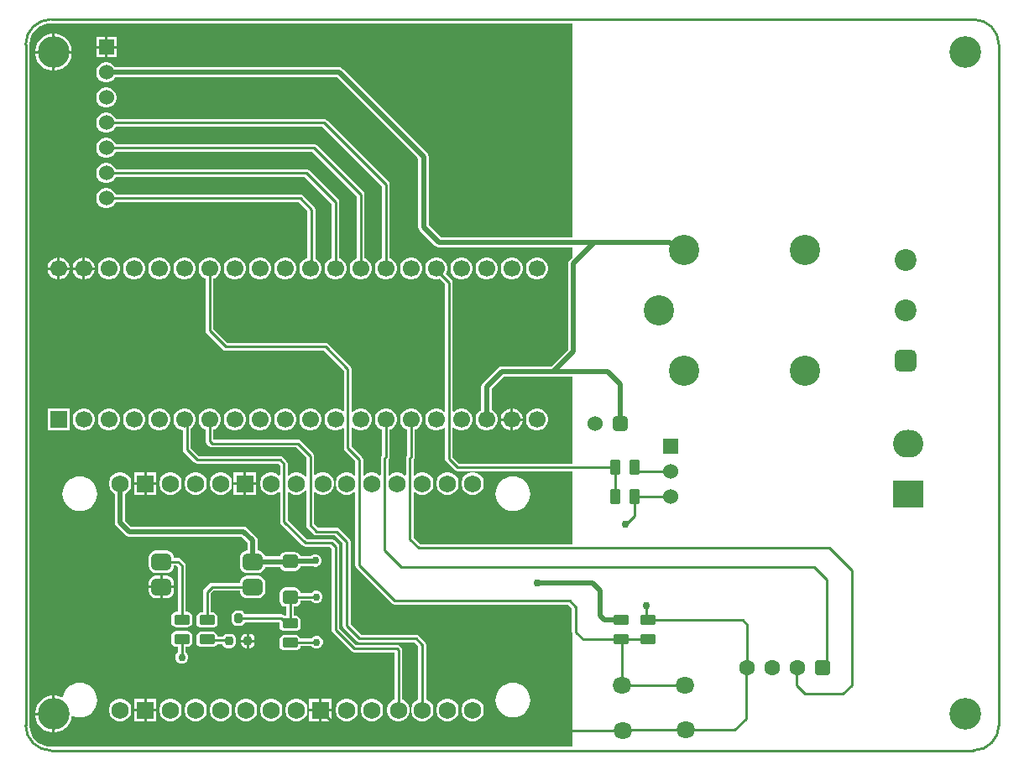
<source format=gtl>
G04*
G04 #@! TF.GenerationSoftware,Altium Limited,Altium Designer,21.3.2 (30)*
G04*
G04 Layer_Physical_Order=1*
G04 Layer_Color=255*
%FSTAX24Y24*%
%MOIN*%
G70*
G04*
G04 #@! TF.SameCoordinates,DBE85665-E0BB-432C-AE5E-D4A4B8DC2BF9*
G04*
G04*
G04 #@! TF.FilePolarity,Positive*
G04*
G01*
G75*
%ADD10C,0.0100*%
%ADD11C,0.0200*%
G04:AMPARAMS|DCode=21|XSize=63mil|YSize=41.3mil|CornerRadius=10.3mil|HoleSize=0mil|Usage=FLASHONLY|Rotation=0.000|XOffset=0mil|YOffset=0mil|HoleType=Round|Shape=RoundedRectangle|*
%AMROUNDEDRECTD21*
21,1,0.0630,0.0207,0,0,0.0*
21,1,0.0423,0.0413,0,0,0.0*
1,1,0.0207,0.0212,-0.0103*
1,1,0.0207,-0.0212,-0.0103*
1,1,0.0207,-0.0212,0.0103*
1,1,0.0207,0.0212,0.0103*
%
%ADD21ROUNDEDRECTD21*%
G04:AMPARAMS|DCode=22|XSize=31.5mil|YSize=39.4mil|CornerRadius=7.9mil|HoleSize=0mil|Usage=FLASHONLY|Rotation=180.000|XOffset=0mil|YOffset=0mil|HoleType=Round|Shape=RoundedRectangle|*
%AMROUNDEDRECTD22*
21,1,0.0315,0.0236,0,0,180.0*
21,1,0.0157,0.0394,0,0,180.0*
1,1,0.0157,-0.0079,0.0118*
1,1,0.0157,0.0079,0.0118*
1,1,0.0157,0.0079,-0.0118*
1,1,0.0157,-0.0079,-0.0118*
%
%ADD22ROUNDEDRECTD22*%
G04:AMPARAMS|DCode=23|XSize=31.5mil|YSize=35.4mil|CornerRadius=7.9mil|HoleSize=0mil|Usage=FLASHONLY|Rotation=180.000|XOffset=0mil|YOffset=0mil|HoleType=Round|Shape=RoundedRectangle|*
%AMROUNDEDRECTD23*
21,1,0.0315,0.0197,0,0,180.0*
21,1,0.0157,0.0354,0,0,180.0*
1,1,0.0157,-0.0079,0.0098*
1,1,0.0157,0.0079,0.0098*
1,1,0.0157,0.0079,-0.0098*
1,1,0.0157,-0.0079,-0.0098*
%
%ADD23ROUNDEDRECTD23*%
G04:AMPARAMS|DCode=24|XSize=63mil|YSize=41.3mil|CornerRadius=10.3mil|HoleSize=0mil|Usage=FLASHONLY|Rotation=270.000|XOffset=0mil|YOffset=0mil|HoleType=Round|Shape=RoundedRectangle|*
%AMROUNDEDRECTD24*
21,1,0.0630,0.0207,0,0,270.0*
21,1,0.0423,0.0413,0,0,270.0*
1,1,0.0207,-0.0103,-0.0212*
1,1,0.0207,-0.0103,0.0212*
1,1,0.0207,0.0103,0.0212*
1,1,0.0207,0.0103,-0.0212*
%
%ADD24ROUNDEDRECTD24*%
G04:AMPARAMS|DCode=25|XSize=55.1mil|YSize=63mil|CornerRadius=13.8mil|HoleSize=0mil|Usage=FLASHONLY|Rotation=90.000|XOffset=0mil|YOffset=0mil|HoleType=Round|Shape=RoundedRectangle|*
%AMROUNDEDRECTD25*
21,1,0.0551,0.0354,0,0,90.0*
21,1,0.0276,0.0630,0,0,90.0*
1,1,0.0276,0.0177,0.0138*
1,1,0.0276,0.0177,-0.0138*
1,1,0.0276,-0.0177,-0.0138*
1,1,0.0276,-0.0177,0.0138*
%
%ADD25ROUNDEDRECTD25*%
G04:AMPARAMS|DCode=26|XSize=78.7mil|YSize=67.3mil|CornerRadius=16.8mil|HoleSize=0mil|Usage=FLASHONLY|Rotation=0.000|XOffset=0mil|YOffset=0mil|HoleType=Round|Shape=RoundedRectangle|*
%AMROUNDEDRECTD26*
21,1,0.0787,0.0337,0,0,0.0*
21,1,0.0451,0.0673,0,0,0.0*
1,1,0.0337,0.0225,-0.0168*
1,1,0.0337,-0.0225,-0.0168*
1,1,0.0337,-0.0225,0.0168*
1,1,0.0337,0.0225,0.0168*
%
%ADD26ROUNDEDRECTD26*%
G04:AMPARAMS|DCode=46|XSize=86.6mil|YSize=86.6mil|CornerRadius=21.7mil|HoleSize=0mil|Usage=FLASHONLY|Rotation=90.000|XOffset=0mil|YOffset=0mil|HoleType=Round|Shape=RoundedRectangle|*
%AMROUNDEDRECTD46*
21,1,0.0866,0.0433,0,0,90.0*
21,1,0.0433,0.0866,0,0,90.0*
1,1,0.0433,0.0217,0.0217*
1,1,0.0433,0.0217,-0.0217*
1,1,0.0433,-0.0217,-0.0217*
1,1,0.0433,-0.0217,0.0217*
%
%ADD46ROUNDEDRECTD46*%
%ADD47C,0.0866*%
%ADD51C,0.1260*%
%ADD52R,0.0600X0.0600*%
%ADD53C,0.0600*%
%ADD54C,0.0690*%
%ADD55R,0.0690X0.0690*%
%ADD56R,0.1200X0.1100*%
%ADD57O,0.1200X0.1100*%
G04:AMPARAMS|DCode=58|XSize=60mil|YSize=60mil|CornerRadius=15mil|HoleSize=0mil|Usage=FLASHONLY|Rotation=180.000|XOffset=0mil|YOffset=0mil|HoleType=Round|Shape=RoundedRectangle|*
%AMROUNDEDRECTD58*
21,1,0.0600,0.0300,0,0,180.0*
21,1,0.0300,0.0600,0,0,180.0*
1,1,0.0300,-0.0150,0.0150*
1,1,0.0300,0.0150,0.0150*
1,1,0.0300,0.0150,-0.0150*
1,1,0.0300,-0.0150,-0.0150*
%
%ADD58ROUNDEDRECTD58*%
%ADD59C,0.0669*%
%ADD60R,0.0669X0.0669*%
G04:AMPARAMS|DCode=61|XSize=63mil|YSize=63mil|CornerRadius=15.7mil|HoleSize=0mil|Usage=FLASHONLY|Rotation=180.000|XOffset=0mil|YOffset=0mil|HoleType=Round|Shape=RoundedRectangle|*
%AMROUNDEDRECTD61*
21,1,0.0630,0.0315,0,0,180.0*
21,1,0.0315,0.0630,0,0,180.0*
1,1,0.0315,-0.0157,0.0157*
1,1,0.0315,0.0157,0.0157*
1,1,0.0315,0.0157,-0.0157*
1,1,0.0315,-0.0157,-0.0157*
%
%ADD61ROUNDEDRECTD61*%
%ADD62C,0.0630*%
%ADD63C,0.1200*%
%ADD64O,0.0750X0.0650*%
%ADD65C,0.0300*%
G36*
X01945Y040947D02*
X04015D01*
Y032454D01*
X034934D01*
X034454Y032934D01*
Y03565D01*
X034438Y035728D01*
X034394Y035794D01*
X034394Y035794D01*
X031044Y039144D01*
X030978Y039188D01*
X0309Y039204D01*
X021994D01*
X02197Y039246D01*
X021896Y03932D01*
X021804Y039373D01*
X021703Y0394D01*
X021597D01*
X021496Y039373D01*
X021404Y03932D01*
X02133Y039246D01*
X021277Y039154D01*
X02125Y039053D01*
Y038947D01*
X021277Y038846D01*
X02133Y038754D01*
X021404Y03868D01*
X021496Y038627D01*
X021597Y0386D01*
X021703D01*
X021804Y038627D01*
X021896Y03868D01*
X02197Y038754D01*
X021994Y038796D01*
X030816D01*
X034046Y035566D01*
Y03285D01*
X034062Y032772D01*
X034106Y032706D01*
X034706Y032106D01*
X034772Y032062D01*
X03485Y032046D01*
X04015D01*
Y031638D01*
X040056Y031544D01*
X040012Y031478D01*
X039996Y0314D01*
Y027984D01*
X039316Y027304D01*
X03735D01*
X037272Y027288D01*
X037206Y027244D01*
X036606Y026644D01*
X036562Y026578D01*
X036546Y0265D01*
Y025584D01*
X036483Y025548D01*
X036402Y025467D01*
X036345Y025368D01*
X036315Y025257D01*
Y025143D01*
X036345Y025032D01*
X036402Y024933D01*
X036483Y024852D01*
X036582Y024795D01*
X036693Y024765D01*
X036807D01*
X036918Y024795D01*
X037017Y024852D01*
X037098Y024933D01*
X037155Y025032D01*
X037185Y025143D01*
Y025257D01*
X037155Y025368D01*
X037098Y025467D01*
X037017Y025548D01*
X036954Y025584D01*
Y026416D01*
X037434Y026896D01*
X04015D01*
Y023453D01*
X035663D01*
X035403Y023713D01*
Y024867D01*
X035449Y024886D01*
X035483Y024852D01*
X035582Y024795D01*
X035693Y024765D01*
X035807D01*
X035918Y024795D01*
X036017Y024852D01*
X036098Y024933D01*
X036155Y025032D01*
X036185Y025143D01*
Y025257D01*
X036155Y025368D01*
X036098Y025467D01*
X036017Y025548D01*
X035918Y025605D01*
X035807Y025635D01*
X035693D01*
X035582Y025605D01*
X035483Y025548D01*
X035449Y025514D01*
X035403Y025533D01*
Y03065D01*
X035391Y030709D01*
X035358Y030758D01*
X035129Y030987D01*
X035155Y031032D01*
X035185Y031143D01*
Y031257D01*
X035155Y031368D01*
X035098Y031467D01*
X035017Y031548D01*
X034918Y031605D01*
X034807Y031635D01*
X034693D01*
X034582Y031605D01*
X034483Y031548D01*
X034402Y031467D01*
X034345Y031368D01*
X034315Y031257D01*
Y031143D01*
X034345Y031032D01*
X034402Y030933D01*
X034483Y030852D01*
X034582Y030795D01*
X034693Y030765D01*
X034807D01*
X034895Y030789D01*
X035097Y030587D01*
Y025533D01*
X035051Y025514D01*
X035017Y025548D01*
X034918Y025605D01*
X034807Y025635D01*
X034693D01*
X034582Y025605D01*
X034483Y025548D01*
X034402Y025467D01*
X034345Y025368D01*
X034315Y025257D01*
Y025143D01*
X034345Y025032D01*
X034402Y024933D01*
X034483Y024852D01*
X034582Y024795D01*
X034693Y024765D01*
X034807D01*
X034918Y024795D01*
X035017Y024852D01*
X035051Y024886D01*
X035097Y024867D01*
Y02365D01*
X035109Y023591D01*
X035142Y023542D01*
X035492Y023192D01*
X035541Y023159D01*
X0356Y023147D01*
X04015D01*
Y020253D01*
X034113D01*
X033858Y020508D01*
Y022297D01*
X033904Y022317D01*
X033927Y022294D01*
X034028Y022235D01*
X034141Y022205D01*
X034259D01*
X034372Y022235D01*
X034473Y022294D01*
X034556Y022377D01*
X034615Y022478D01*
X034645Y022591D01*
Y022709D01*
X034615Y022822D01*
X034556Y022923D01*
X034473Y023006D01*
X034372Y023065D01*
X034259Y023095D01*
X034141D01*
X034028Y023065D01*
X033927Y023006D01*
X033904Y022983D01*
X033858Y023003D01*
Y023605D01*
X033858Y023605D01*
X033891Y023655D01*
X033903Y023713D01*
Y024791D01*
X033918Y024795D01*
X034017Y024852D01*
X034098Y024933D01*
X034155Y025032D01*
X034185Y025143D01*
Y025257D01*
X034155Y025368D01*
X034098Y025467D01*
X034017Y025548D01*
X033918Y025605D01*
X033807Y025635D01*
X033693D01*
X033582Y025605D01*
X033483Y025548D01*
X033402Y025467D01*
X033345Y025368D01*
X033315Y025257D01*
Y025143D01*
X033345Y025032D01*
X033402Y024933D01*
X033483Y024852D01*
X033582Y024795D01*
X033597Y024791D01*
Y023777D01*
X033597Y023777D01*
X033564Y023727D01*
X033552Y023668D01*
Y022993D01*
X033506Y022973D01*
X033473Y023006D01*
X033372Y023065D01*
X033259Y023095D01*
X033141D01*
X033028Y023065D01*
X032927Y023006D01*
X032904Y022983D01*
X032858Y023003D01*
Y023605D01*
X032858Y023605D01*
X032891Y023655D01*
X032903Y023713D01*
Y024791D01*
X032918Y024795D01*
X033017Y024852D01*
X033098Y024933D01*
X033155Y025032D01*
X033185Y025143D01*
Y025257D01*
X033155Y025368D01*
X033098Y025467D01*
X033017Y025548D01*
X032918Y025605D01*
X032807Y025635D01*
X032693D01*
X032582Y025605D01*
X032483Y025548D01*
X032402Y025467D01*
X032345Y025368D01*
X032315Y025257D01*
Y025143D01*
X032345Y025032D01*
X032402Y024933D01*
X032483Y024852D01*
X032582Y024795D01*
X032597Y024791D01*
Y023777D01*
X032597Y023777D01*
X032564Y023727D01*
X032552Y023668D01*
Y022993D01*
X032506Y022973D01*
X032473Y023006D01*
X032372Y023065D01*
X032259Y023095D01*
X032141D01*
X032028Y023065D01*
X031927Y023006D01*
X031899Y022978D01*
X031853Y022998D01*
Y0236D01*
X031841Y023659D01*
X031808Y023708D01*
X031388Y024129D01*
Y024877D01*
X031438Y024898D01*
X031483Y024852D01*
X031582Y024795D01*
X031693Y024765D01*
X031807D01*
X031918Y024795D01*
X032017Y024852D01*
X032098Y024933D01*
X032155Y025032D01*
X032185Y025143D01*
Y025257D01*
X032155Y025368D01*
X032098Y025467D01*
X032017Y025548D01*
X031918Y025605D01*
X031807Y025635D01*
X031693D01*
X031582Y025605D01*
X031483Y025548D01*
X031438Y025502D01*
X031388Y025523D01*
Y027215D01*
X031376Y027274D01*
X031343Y027324D01*
X030467Y028199D01*
X030418Y028232D01*
X030359Y028244D01*
X026459D01*
X025903Y0288D01*
Y030791D01*
X025918Y030795D01*
X026017Y030852D01*
X026098Y030933D01*
X026155Y031032D01*
X026185Y031143D01*
Y031257D01*
X026155Y031368D01*
X026098Y031467D01*
X026017Y031548D01*
X025918Y031605D01*
X025807Y031635D01*
X025693D01*
X025582Y031605D01*
X025483Y031548D01*
X025402Y031467D01*
X025345Y031368D01*
X025315Y031257D01*
Y031143D01*
X025345Y031032D01*
X025402Y030933D01*
X025483Y030852D01*
X025582Y030795D01*
X025597Y030791D01*
Y028736D01*
X025609Y028678D01*
X025642Y028628D01*
X026288Y027983D01*
X026337Y02795D01*
X026396Y027938D01*
X030296D01*
X031082Y027152D01*
Y025548D01*
X031036Y025529D01*
X031017Y025548D01*
X030918Y025605D01*
X030807Y025635D01*
X030693D01*
X030582Y025605D01*
X030483Y025548D01*
X030402Y025467D01*
X030345Y025368D01*
X030315Y025257D01*
Y025143D01*
X030345Y025032D01*
X030402Y024933D01*
X030483Y024852D01*
X030582Y024795D01*
X030693Y024765D01*
X030807D01*
X030918Y024795D01*
X031017Y024852D01*
X031036Y024871D01*
X031082Y024852D01*
Y024065D01*
X031093Y024007D01*
X031126Y023957D01*
X031547Y023537D01*
Y022998D01*
X031501Y022978D01*
X031473Y023006D01*
X031372Y023065D01*
X031259Y023095D01*
X031141D01*
X031028Y023065D01*
X030927Y023006D01*
X030844Y022923D01*
X030785Y022822D01*
X030755Y022709D01*
Y022591D01*
X030785Y022478D01*
X030844Y022377D01*
X030927Y022294D01*
X031028Y022235D01*
X031141Y022205D01*
X031259D01*
X031372Y022235D01*
X031473Y022294D01*
X031501Y022322D01*
X031547Y022302D01*
Y0194D01*
X031559Y019341D01*
X031592Y019292D01*
X032992Y017892D01*
X033041Y017859D01*
X0331Y017847D01*
X039987D01*
X040147Y017687D01*
Y01675D01*
X04015Y016735D01*
Y012203D01*
X01945D01*
X019443Y012202D01*
X019284Y012217D01*
X019125Y012266D01*
X018978Y012344D01*
X01885Y01245D01*
X018744Y012578D01*
X018666Y012725D01*
X018617Y012884D01*
X018602Y013043D01*
X018603Y01305D01*
Y0401D01*
X018602Y040107D01*
X018617Y040266D01*
X018666Y040425D01*
X018744Y040572D01*
X01885Y0407D01*
X018978Y040806D01*
X019125Y040884D01*
X019284Y040933D01*
X019443Y040948D01*
X01945Y040947D01*
D02*
G37*
%LPC*%
G36*
X02205Y0404D02*
X0217D01*
Y04005D01*
X02205D01*
Y0404D01*
D02*
G37*
G36*
X0216D02*
X02125D01*
Y04005D01*
X0216D01*
Y0404D01*
D02*
G37*
G36*
X019622Y04053D02*
X0196D01*
Y03985D01*
X02028D01*
Y039872D01*
X020252Y040013D01*
X020197Y040146D01*
X020117Y040265D01*
X020015Y040367D01*
X019896Y040447D01*
X019763Y040502D01*
X019622Y04053D01*
D02*
G37*
G36*
X0195D02*
X019478D01*
X019337Y040502D01*
X019204Y040447D01*
X019085Y040367D01*
X018983Y040265D01*
X018903Y040146D01*
X018848Y040013D01*
X01882Y039872D01*
Y03985D01*
X0195D01*
Y04053D01*
D02*
G37*
G36*
X02205Y03995D02*
X0217D01*
Y0396D01*
X02205D01*
Y03995D01*
D02*
G37*
G36*
X0216D02*
X02125D01*
Y0396D01*
X0216D01*
Y03995D01*
D02*
G37*
G36*
X02028Y03975D02*
X0196D01*
Y03907D01*
X019622D01*
X019763Y039098D01*
X019896Y039153D01*
X020015Y039233D01*
X020117Y039335D01*
X020197Y039454D01*
X020252Y039587D01*
X02028Y039728D01*
Y03975D01*
D02*
G37*
G36*
X0195D02*
X01882D01*
Y039728D01*
X018848Y039587D01*
X018903Y039454D01*
X018983Y039335D01*
X019085Y039233D01*
X019204Y039153D01*
X019337Y039098D01*
X019478Y03907D01*
X0195D01*
Y03975D01*
D02*
G37*
G36*
X021703Y0384D02*
X021597D01*
X021496Y038373D01*
X021404Y03832D01*
X02133Y038246D01*
X021277Y038154D01*
X02125Y038053D01*
Y037947D01*
X021277Y037846D01*
X02133Y037754D01*
X021404Y03768D01*
X021496Y037627D01*
X021597Y0376D01*
X021703D01*
X021804Y037627D01*
X021896Y03768D01*
X02197Y037754D01*
X022023Y037846D01*
X02205Y037947D01*
Y038053D01*
X022023Y038154D01*
X02197Y038246D01*
X021896Y03832D01*
X021804Y038373D01*
X021703Y0384D01*
D02*
G37*
G36*
X020807Y031635D02*
X0208D01*
Y03125D01*
X021185D01*
Y031257D01*
X021155Y031368D01*
X021098Y031467D01*
X021017Y031548D01*
X020918Y031605D01*
X020807Y031635D01*
D02*
G37*
G36*
X019807D02*
X0198D01*
Y03125D01*
X020185D01*
Y031257D01*
X020155Y031368D01*
X020098Y031467D01*
X020017Y031548D01*
X019918Y031605D01*
X019807Y031635D01*
D02*
G37*
G36*
X0207D02*
X020693D01*
X020582Y031605D01*
X020483Y031548D01*
X020402Y031467D01*
X020345Y031368D01*
X020315Y031257D01*
Y03125D01*
X0207D01*
Y031635D01*
D02*
G37*
G36*
X0197D02*
X019693D01*
X019582Y031605D01*
X019483Y031548D01*
X019402Y031467D01*
X019345Y031368D01*
X019315Y031257D01*
Y03125D01*
X0197D01*
Y031635D01*
D02*
G37*
G36*
X038807D02*
X038693D01*
X038582Y031605D01*
X038483Y031548D01*
X038402Y031467D01*
X038345Y031368D01*
X038315Y031257D01*
Y031143D01*
X038345Y031032D01*
X038402Y030933D01*
X038483Y030852D01*
X038582Y030795D01*
X038693Y030765D01*
X038807D01*
X038918Y030795D01*
X039017Y030852D01*
X039098Y030933D01*
X039155Y031032D01*
X039185Y031143D01*
Y031257D01*
X039155Y031368D01*
X039098Y031467D01*
X039017Y031548D01*
X038918Y031605D01*
X038807Y031635D01*
D02*
G37*
G36*
X037807D02*
X037693D01*
X037582Y031605D01*
X037483Y031548D01*
X037402Y031467D01*
X037345Y031368D01*
X037315Y031257D01*
Y031143D01*
X037345Y031032D01*
X037402Y030933D01*
X037483Y030852D01*
X037582Y030795D01*
X037693Y030765D01*
X037807D01*
X037918Y030795D01*
X038017Y030852D01*
X038098Y030933D01*
X038155Y031032D01*
X038185Y031143D01*
Y031257D01*
X038155Y031368D01*
X038098Y031467D01*
X038017Y031548D01*
X037918Y031605D01*
X037807Y031635D01*
D02*
G37*
G36*
X036807D02*
X036693D01*
X036582Y031605D01*
X036483Y031548D01*
X036402Y031467D01*
X036345Y031368D01*
X036315Y031257D01*
Y031143D01*
X036345Y031032D01*
X036402Y030933D01*
X036483Y030852D01*
X036582Y030795D01*
X036693Y030765D01*
X036807D01*
X036918Y030795D01*
X037017Y030852D01*
X037098Y030933D01*
X037155Y031032D01*
X037185Y031143D01*
Y031257D01*
X037155Y031368D01*
X037098Y031467D01*
X037017Y031548D01*
X036918Y031605D01*
X036807Y031635D01*
D02*
G37*
G36*
X035807D02*
X035693D01*
X035582Y031605D01*
X035483Y031548D01*
X035402Y031467D01*
X035345Y031368D01*
X035315Y031257D01*
Y031143D01*
X035345Y031032D01*
X035402Y030933D01*
X035483Y030852D01*
X035582Y030795D01*
X035693Y030765D01*
X035807D01*
X035918Y030795D01*
X036017Y030852D01*
X036098Y030933D01*
X036155Y031032D01*
X036185Y031143D01*
Y031257D01*
X036155Y031368D01*
X036098Y031467D01*
X036017Y031548D01*
X035918Y031605D01*
X035807Y031635D01*
D02*
G37*
G36*
X033807D02*
X033693D01*
X033582Y031605D01*
X033483Y031548D01*
X033402Y031467D01*
X033345Y031368D01*
X033315Y031257D01*
Y031143D01*
X033345Y031032D01*
X033402Y030933D01*
X033483Y030852D01*
X033582Y030795D01*
X033693Y030765D01*
X033807D01*
X033918Y030795D01*
X034017Y030852D01*
X034098Y030933D01*
X034155Y031032D01*
X034185Y031143D01*
Y031257D01*
X034155Y031368D01*
X034098Y031467D01*
X034017Y031548D01*
X033918Y031605D01*
X033807Y031635D01*
D02*
G37*
G36*
X021703Y0374D02*
X021597D01*
X021496Y037373D01*
X021404Y03732D01*
X02133Y037246D01*
X021277Y037154D01*
X02125Y037053D01*
Y036947D01*
X021277Y036846D01*
X02133Y036754D01*
X021404Y03668D01*
X021496Y036627D01*
X021597Y0366D01*
X021703D01*
X021804Y036627D01*
X021896Y03668D01*
X02197Y036754D01*
X022023Y036846D01*
X022023Y036847D01*
X030237D01*
X032597Y034487D01*
Y031609D01*
X032582Y031605D01*
X032483Y031548D01*
X032402Y031467D01*
X032345Y031368D01*
X032315Y031257D01*
Y031143D01*
X032345Y031032D01*
X032402Y030933D01*
X032483Y030852D01*
X032582Y030795D01*
X032693Y030765D01*
X032807D01*
X032918Y030795D01*
X033017Y030852D01*
X033098Y030933D01*
X033155Y031032D01*
X033185Y031143D01*
Y031257D01*
X033155Y031368D01*
X033098Y031467D01*
X033017Y031548D01*
X032918Y031605D01*
X032903Y031609D01*
Y03455D01*
X032891Y034609D01*
X032858Y034658D01*
X030408Y037108D01*
X030359Y037141D01*
X0303Y037153D01*
X022023D01*
X022023Y037154D01*
X02197Y037246D01*
X021896Y03732D01*
X021804Y037373D01*
X021703Y0374D01*
D02*
G37*
G36*
Y0364D02*
X021597D01*
X021496Y036373D01*
X021404Y03632D01*
X02133Y036246D01*
X021277Y036154D01*
X02125Y036053D01*
Y035947D01*
X021277Y035846D01*
X02133Y035754D01*
X021404Y03568D01*
X021496Y035627D01*
X021597Y0356D01*
X021703D01*
X021804Y035627D01*
X021896Y03568D01*
X02197Y035754D01*
X022023Y035846D01*
X022023Y035847D01*
X029837D01*
X031597Y034087D01*
Y031609D01*
X031582Y031605D01*
X031483Y031548D01*
X031402Y031467D01*
X031345Y031368D01*
X031315Y031257D01*
Y031143D01*
X031345Y031032D01*
X031402Y030933D01*
X031483Y030852D01*
X031582Y030795D01*
X031693Y030765D01*
X031807D01*
X031918Y030795D01*
X032017Y030852D01*
X032098Y030933D01*
X032155Y031032D01*
X032185Y031143D01*
Y031257D01*
X032155Y031368D01*
X032098Y031467D01*
X032017Y031548D01*
X031918Y031605D01*
X031903Y031609D01*
Y03415D01*
X031891Y034209D01*
X031858Y034258D01*
X030008Y036108D01*
X029959Y036141D01*
X0299Y036153D01*
X022023D01*
X022023Y036154D01*
X02197Y036246D01*
X021896Y03632D01*
X021804Y036373D01*
X021703Y0364D01*
D02*
G37*
G36*
Y0354D02*
X021597D01*
X021496Y035373D01*
X021404Y03532D01*
X02133Y035246D01*
X021277Y035154D01*
X02125Y035053D01*
Y034947D01*
X021277Y034846D01*
X02133Y034754D01*
X021404Y03468D01*
X021496Y034627D01*
X021597Y0346D01*
X021703D01*
X021804Y034627D01*
X021896Y03468D01*
X02197Y034754D01*
X022023Y034846D01*
X022023Y034847D01*
X029537D01*
X030597Y033787D01*
Y031609D01*
X030582Y031605D01*
X030483Y031548D01*
X030402Y031467D01*
X030345Y031368D01*
X030315Y031257D01*
Y031143D01*
X030345Y031032D01*
X030402Y030933D01*
X030483Y030852D01*
X030582Y030795D01*
X030693Y030765D01*
X030807D01*
X030918Y030795D01*
X031017Y030852D01*
X031098Y030933D01*
X031155Y031032D01*
X031185Y031143D01*
Y031257D01*
X031155Y031368D01*
X031098Y031467D01*
X031017Y031548D01*
X030918Y031605D01*
X030903Y031609D01*
Y03385D01*
X030891Y033909D01*
X030858Y033958D01*
X029708Y035108D01*
X029659Y035141D01*
X0296Y035153D01*
X022023D01*
X022023Y035154D01*
X02197Y035246D01*
X021896Y03532D01*
X021804Y035373D01*
X021703Y0354D01*
D02*
G37*
G36*
Y0344D02*
X021597D01*
X021496Y034373D01*
X021404Y03432D01*
X02133Y034246D01*
X021277Y034154D01*
X02125Y034053D01*
Y033947D01*
X021277Y033846D01*
X02133Y033754D01*
X021404Y03368D01*
X021496Y033627D01*
X021597Y0336D01*
X021703D01*
X021804Y033627D01*
X021896Y03368D01*
X02197Y033754D01*
X022023Y033846D01*
X022023Y033847D01*
X029287D01*
X029647Y033487D01*
Y031622D01*
X029582Y031605D01*
X029483Y031548D01*
X029402Y031467D01*
X029345Y031368D01*
X029315Y031257D01*
Y031143D01*
X029345Y031032D01*
X029402Y030933D01*
X029483Y030852D01*
X029582Y030795D01*
X029693Y030765D01*
X029807D01*
X029918Y030795D01*
X030017Y030852D01*
X030098Y030933D01*
X030155Y031032D01*
X030185Y031143D01*
Y031257D01*
X030155Y031368D01*
X030098Y031467D01*
X030017Y031548D01*
X029953Y031585D01*
Y03355D01*
X029941Y033609D01*
X029908Y033658D01*
X029458Y034108D01*
X029409Y034141D01*
X02935Y034153D01*
X022023D01*
X022023Y034154D01*
X02197Y034246D01*
X021896Y03432D01*
X021804Y034373D01*
X021703Y0344D01*
D02*
G37*
G36*
X028807Y031635D02*
X028693D01*
X028582Y031605D01*
X028483Y031548D01*
X028402Y031467D01*
X028345Y031368D01*
X028315Y031257D01*
Y031143D01*
X028345Y031032D01*
X028402Y030933D01*
X028483Y030852D01*
X028582Y030795D01*
X028693Y030765D01*
X028807D01*
X028918Y030795D01*
X029017Y030852D01*
X029098Y030933D01*
X029155Y031032D01*
X029185Y031143D01*
Y031257D01*
X029155Y031368D01*
X029098Y031467D01*
X029017Y031548D01*
X028918Y031605D01*
X028807Y031635D01*
D02*
G37*
G36*
X027807D02*
X027693D01*
X027582Y031605D01*
X027483Y031548D01*
X027402Y031467D01*
X027345Y031368D01*
X027315Y031257D01*
Y031143D01*
X027345Y031032D01*
X027402Y030933D01*
X027483Y030852D01*
X027582Y030795D01*
X027693Y030765D01*
X027807D01*
X027918Y030795D01*
X028017Y030852D01*
X028098Y030933D01*
X028155Y031032D01*
X028185Y031143D01*
Y031257D01*
X028155Y031368D01*
X028098Y031467D01*
X028017Y031548D01*
X027918Y031605D01*
X027807Y031635D01*
D02*
G37*
G36*
X026807D02*
X026693D01*
X026582Y031605D01*
X026483Y031548D01*
X026402Y031467D01*
X026345Y031368D01*
X026315Y031257D01*
Y031143D01*
X026345Y031032D01*
X026402Y030933D01*
X026483Y030852D01*
X026582Y030795D01*
X026693Y030765D01*
X026807D01*
X026918Y030795D01*
X027017Y030852D01*
X027098Y030933D01*
X027155Y031032D01*
X027185Y031143D01*
Y031257D01*
X027155Y031368D01*
X027098Y031467D01*
X027017Y031548D01*
X026918Y031605D01*
X026807Y031635D01*
D02*
G37*
G36*
X024807D02*
X024693D01*
X024582Y031605D01*
X024483Y031548D01*
X024402Y031467D01*
X024345Y031368D01*
X024315Y031257D01*
Y031143D01*
X024345Y031032D01*
X024402Y030933D01*
X024483Y030852D01*
X024582Y030795D01*
X024693Y030765D01*
X024807D01*
X024918Y030795D01*
X025017Y030852D01*
X025098Y030933D01*
X025155Y031032D01*
X025185Y031143D01*
Y031257D01*
X025155Y031368D01*
X025098Y031467D01*
X025017Y031548D01*
X024918Y031605D01*
X024807Y031635D01*
D02*
G37*
G36*
X023807D02*
X023693D01*
X023582Y031605D01*
X023483Y031548D01*
X023402Y031467D01*
X023345Y031368D01*
X023315Y031257D01*
Y031143D01*
X023345Y031032D01*
X023402Y030933D01*
X023483Y030852D01*
X023582Y030795D01*
X023693Y030765D01*
X023807D01*
X023918Y030795D01*
X024017Y030852D01*
X024098Y030933D01*
X024155Y031032D01*
X024185Y031143D01*
Y031257D01*
X024155Y031368D01*
X024098Y031467D01*
X024017Y031548D01*
X023918Y031605D01*
X023807Y031635D01*
D02*
G37*
G36*
X022807D02*
X022693D01*
X022582Y031605D01*
X022483Y031548D01*
X022402Y031467D01*
X022345Y031368D01*
X022315Y031257D01*
Y031143D01*
X022345Y031032D01*
X022402Y030933D01*
X022483Y030852D01*
X022582Y030795D01*
X022693Y030765D01*
X022807D01*
X022918Y030795D01*
X023017Y030852D01*
X023098Y030933D01*
X023155Y031032D01*
X023185Y031143D01*
Y031257D01*
X023155Y031368D01*
X023098Y031467D01*
X023017Y031548D01*
X022918Y031605D01*
X022807Y031635D01*
D02*
G37*
G36*
X021807D02*
X021693D01*
X021582Y031605D01*
X021483Y031548D01*
X021402Y031467D01*
X021345Y031368D01*
X021315Y031257D01*
Y031143D01*
X021345Y031032D01*
X021402Y030933D01*
X021483Y030852D01*
X021582Y030795D01*
X021693Y030765D01*
X021807D01*
X021918Y030795D01*
X022017Y030852D01*
X022098Y030933D01*
X022155Y031032D01*
X022185Y031143D01*
Y031257D01*
X022155Y031368D01*
X022098Y031467D01*
X022017Y031548D01*
X021918Y031605D01*
X021807Y031635D01*
D02*
G37*
G36*
X021185Y03115D02*
X0208D01*
Y030765D01*
X020807D01*
X020918Y030795D01*
X021017Y030852D01*
X021098Y030933D01*
X021155Y031032D01*
X021185Y031143D01*
Y03115D01*
D02*
G37*
G36*
X0207D02*
X020315D01*
Y031143D01*
X020345Y031032D01*
X020402Y030933D01*
X020483Y030852D01*
X020582Y030795D01*
X020693Y030765D01*
X0207D01*
Y03115D01*
D02*
G37*
G36*
X020185D02*
X0198D01*
Y030765D01*
X019807D01*
X019918Y030795D01*
X020017Y030852D01*
X020098Y030933D01*
X020155Y031032D01*
X020185Y031143D01*
Y03115D01*
D02*
G37*
G36*
X0197D02*
X019315D01*
Y031143D01*
X019345Y031032D01*
X019402Y030933D01*
X019483Y030852D01*
X019582Y030795D01*
X019693Y030765D01*
X0197D01*
Y03115D01*
D02*
G37*
G36*
X037807Y025635D02*
X0378D01*
Y02525D01*
X038185D01*
Y025257D01*
X038155Y025368D01*
X038098Y025467D01*
X038017Y025548D01*
X037918Y025605D01*
X037807Y025635D01*
D02*
G37*
G36*
X0377D02*
X037693D01*
X037582Y025605D01*
X037483Y025548D01*
X037402Y025467D01*
X037345Y025368D01*
X037315Y025257D01*
Y02525D01*
X0377D01*
Y025635D01*
D02*
G37*
G36*
X038807D02*
X038693D01*
X038582Y025605D01*
X038483Y025548D01*
X038402Y025467D01*
X038345Y025368D01*
X038315Y025257D01*
Y025143D01*
X038345Y025032D01*
X038402Y024933D01*
X038483Y024852D01*
X038582Y024795D01*
X038693Y024765D01*
X038807D01*
X038918Y024795D01*
X039017Y024852D01*
X039098Y024933D01*
X039155Y025032D01*
X039185Y025143D01*
Y025257D01*
X039155Y025368D01*
X039098Y025467D01*
X039017Y025548D01*
X038918Y025605D01*
X038807Y025635D01*
D02*
G37*
G36*
X038185Y02515D02*
X0378D01*
Y024765D01*
X037807D01*
X037918Y024795D01*
X038017Y024852D01*
X038098Y024933D01*
X038155Y025032D01*
X038185Y025143D01*
Y02515D01*
D02*
G37*
G36*
X0377D02*
X037315D01*
Y025143D01*
X037345Y025032D01*
X037402Y024933D01*
X037483Y024852D01*
X037582Y024795D01*
X037693Y024765D01*
X0377D01*
Y02515D01*
D02*
G37*
G36*
X029807Y025635D02*
X029693D01*
X029582Y025605D01*
X029483Y025548D01*
X029402Y025467D01*
X029345Y025368D01*
X029315Y025257D01*
Y025143D01*
X029345Y025032D01*
X029402Y024933D01*
X029483Y024852D01*
X029582Y024795D01*
X029693Y024765D01*
X029807D01*
X029918Y024795D01*
X030017Y024852D01*
X030098Y024933D01*
X030155Y025032D01*
X030185Y025143D01*
Y025257D01*
X030155Y025368D01*
X030098Y025467D01*
X030017Y025548D01*
X029918Y025605D01*
X029807Y025635D01*
D02*
G37*
G36*
X028807D02*
X028693D01*
X028582Y025605D01*
X028483Y025548D01*
X028402Y025467D01*
X028345Y025368D01*
X028315Y025257D01*
Y025143D01*
X028345Y025032D01*
X028402Y024933D01*
X028483Y024852D01*
X028582Y024795D01*
X028693Y024765D01*
X028807D01*
X028918Y024795D01*
X029017Y024852D01*
X029098Y024933D01*
X029155Y025032D01*
X029185Y025143D01*
Y025257D01*
X029155Y025368D01*
X029098Y025467D01*
X029017Y025548D01*
X028918Y025605D01*
X028807Y025635D01*
D02*
G37*
G36*
X027807D02*
X027693D01*
X027582Y025605D01*
X027483Y025548D01*
X027402Y025467D01*
X027345Y025368D01*
X027315Y025257D01*
Y025143D01*
X027345Y025032D01*
X027402Y024933D01*
X027483Y024852D01*
X027582Y024795D01*
X027693Y024765D01*
X027807D01*
X027918Y024795D01*
X028017Y024852D01*
X028098Y024933D01*
X028155Y025032D01*
X028185Y025143D01*
Y025257D01*
X028155Y025368D01*
X028098Y025467D01*
X028017Y025548D01*
X027918Y025605D01*
X027807Y025635D01*
D02*
G37*
G36*
X026807D02*
X026693D01*
X026582Y025605D01*
X026483Y025548D01*
X026402Y025467D01*
X026345Y025368D01*
X026315Y025257D01*
Y025143D01*
X026345Y025032D01*
X026402Y024933D01*
X026483Y024852D01*
X026582Y024795D01*
X026693Y024765D01*
X026807D01*
X026918Y024795D01*
X027017Y024852D01*
X027098Y024933D01*
X027155Y025032D01*
X027185Y025143D01*
Y025257D01*
X027155Y025368D01*
X027098Y025467D01*
X027017Y025548D01*
X026918Y025605D01*
X026807Y025635D01*
D02*
G37*
G36*
X023807D02*
X023693D01*
X023582Y025605D01*
X023483Y025548D01*
X023402Y025467D01*
X023345Y025368D01*
X023315Y025257D01*
Y025143D01*
X023345Y025032D01*
X023402Y024933D01*
X023483Y024852D01*
X023582Y024795D01*
X023693Y024765D01*
X023807D01*
X023918Y024795D01*
X024017Y024852D01*
X024098Y024933D01*
X024155Y025032D01*
X024185Y025143D01*
Y025257D01*
X024155Y025368D01*
X024098Y025467D01*
X024017Y025548D01*
X023918Y025605D01*
X023807Y025635D01*
D02*
G37*
G36*
X022807D02*
X022693D01*
X022582Y025605D01*
X022483Y025548D01*
X022402Y025467D01*
X022345Y025368D01*
X022315Y025257D01*
Y025143D01*
X022345Y025032D01*
X022402Y024933D01*
X022483Y024852D01*
X022582Y024795D01*
X022693Y024765D01*
X022807D01*
X022918Y024795D01*
X023017Y024852D01*
X023098Y024933D01*
X023155Y025032D01*
X023185Y025143D01*
Y025257D01*
X023155Y025368D01*
X023098Y025467D01*
X023017Y025548D01*
X022918Y025605D01*
X022807Y025635D01*
D02*
G37*
G36*
X021807D02*
X021693D01*
X021582Y025605D01*
X021483Y025548D01*
X021402Y025467D01*
X021345Y025368D01*
X021315Y025257D01*
Y025143D01*
X021345Y025032D01*
X021402Y024933D01*
X021483Y024852D01*
X021582Y024795D01*
X021693Y024765D01*
X021807D01*
X021918Y024795D01*
X022017Y024852D01*
X022098Y024933D01*
X022155Y025032D01*
X022185Y025143D01*
Y025257D01*
X022155Y025368D01*
X022098Y025467D01*
X022017Y025548D01*
X021918Y025605D01*
X021807Y025635D01*
D02*
G37*
G36*
X020807D02*
X020693D01*
X020582Y025605D01*
X020483Y025548D01*
X020402Y025467D01*
X020345Y025368D01*
X020315Y025257D01*
Y025143D01*
X020345Y025032D01*
X020402Y024933D01*
X020483Y024852D01*
X020582Y024795D01*
X020693Y024765D01*
X020807D01*
X020918Y024795D01*
X021017Y024852D01*
X021098Y024933D01*
X021155Y025032D01*
X021185Y025143D01*
Y025257D01*
X021155Y025368D01*
X021098Y025467D01*
X021017Y025548D01*
X020918Y025605D01*
X020807Y025635D01*
D02*
G37*
G36*
X020185D02*
X019315D01*
Y024765D01*
X020185D01*
Y025635D01*
D02*
G37*
G36*
X025807D02*
X025693D01*
X025582Y025605D01*
X025483Y025548D01*
X025402Y025467D01*
X025345Y025368D01*
X025315Y025257D01*
Y025143D01*
X025345Y025032D01*
X025402Y024933D01*
X025483Y024852D01*
X025582Y024795D01*
X025597Y024791D01*
Y02435D01*
X025609Y024291D01*
X025642Y024242D01*
X025742Y024142D01*
X025791Y024109D01*
X02585Y024097D01*
X029187D01*
X029602Y023682D01*
Y022936D01*
X029585Y022931D01*
X029552Y022927D01*
X029473Y023006D01*
X029372Y023065D01*
X029259Y023095D01*
X029141D01*
X029028Y023065D01*
X028927Y023006D01*
X028904Y022983D01*
X028858Y023003D01*
Y023445D01*
X028846Y023504D01*
X028813Y023553D01*
X028658Y023708D01*
X028609Y023741D01*
X02855Y023753D01*
X025313D01*
X025003Y024063D01*
Y024844D01*
X025017Y024852D01*
X025098Y024933D01*
X025155Y025032D01*
X025185Y025143D01*
Y025257D01*
X025155Y025368D01*
X025098Y025467D01*
X025017Y025548D01*
X024918Y025605D01*
X024807Y025635D01*
X024693D01*
X024582Y025605D01*
X024483Y025548D01*
X024402Y025467D01*
X024345Y025368D01*
X024315Y025257D01*
Y025143D01*
X024345Y025032D01*
X024402Y024933D01*
X024483Y024852D01*
X024582Y024795D01*
X024693Y024765D01*
X024697D01*
Y024D01*
X024709Y023941D01*
X024742Y023892D01*
X025142Y023492D01*
X025191Y023459D01*
X02525Y023447D01*
X028487D01*
X028552Y023382D01*
Y022993D01*
X028506Y022973D01*
X028473Y023006D01*
X028372Y023065D01*
X028259Y023095D01*
X028141D01*
X028028Y023065D01*
X027927Y023006D01*
X027844Y022923D01*
X027785Y022822D01*
X027755Y022709D01*
Y022591D01*
X027785Y022478D01*
X027844Y022377D01*
X027927Y022294D01*
X028028Y022235D01*
X028141Y022205D01*
X028259D01*
X028372Y022235D01*
X028473Y022294D01*
X028506Y022327D01*
X028552Y022307D01*
Y021145D01*
X028564Y021086D01*
X028597Y021037D01*
X029442Y020192D01*
X029491Y020159D01*
X02955Y020147D01*
X030537D01*
X030597Y020087D01*
Y01685D01*
X030609Y016791D01*
X030642Y016742D01*
X031392Y015992D01*
X031441Y015959D01*
X0315Y015947D01*
X033097D01*
Y01407D01*
X033078Y014065D01*
X032977Y014006D01*
X032894Y013923D01*
X032835Y013822D01*
X032805Y013709D01*
Y013591D01*
X032835Y013478D01*
X032894Y013377D01*
X032977Y013294D01*
X033078Y013235D01*
X033191Y013205D01*
X033309D01*
X033422Y013235D01*
X033523Y013294D01*
X033606Y013377D01*
X033665Y013478D01*
X033695Y013591D01*
Y013709D01*
X033665Y013822D01*
X033606Y013923D01*
X033523Y014006D01*
X033422Y014065D01*
X033403Y01407D01*
Y016041D01*
X033391Y0161D01*
X033358Y01615D01*
X0333Y016208D01*
X03325Y016241D01*
X033191Y016253D01*
X031563D01*
X030903Y016913D01*
Y02015D01*
X030891Y020209D01*
X030858Y020258D01*
X030708Y020408D01*
X030659Y020441D01*
X0306Y020453D01*
X029613D01*
X028858Y021208D01*
Y022297D01*
X028904Y022317D01*
X028927Y022294D01*
X029028Y022235D01*
X029141Y022205D01*
X029259D01*
X029372Y022235D01*
X029473Y022294D01*
X029552Y022373D01*
X029585Y022369D01*
X029602Y022364D01*
Y020995D01*
X029614Y020936D01*
X029647Y020887D01*
X029892Y020642D01*
X029941Y020609D01*
X03Y020597D01*
X030737D01*
X031047Y020287D01*
Y017D01*
X031059Y016941D01*
X031092Y016892D01*
X031592Y016392D01*
X031641Y016359D01*
X0317Y016347D01*
X033887D01*
X034047Y016187D01*
Y01407D01*
X034028Y014065D01*
X033927Y014006D01*
X033844Y013923D01*
X033785Y013822D01*
X033755Y013709D01*
Y013591D01*
X033785Y013478D01*
X033844Y013377D01*
X033927Y013294D01*
X034028Y013235D01*
X034141Y013205D01*
X034259D01*
X034372Y013235D01*
X034473Y013294D01*
X034556Y013377D01*
X034615Y013478D01*
X034645Y013591D01*
Y013709D01*
X034615Y013822D01*
X034556Y013923D01*
X034473Y014006D01*
X034372Y014065D01*
X034353Y01407D01*
Y01625D01*
X034341Y016309D01*
X034308Y016358D01*
X034058Y016608D01*
X034009Y016641D01*
X03395Y016653D01*
X031763D01*
X031353Y017063D01*
Y02035D01*
X031341Y020409D01*
X031308Y020458D01*
X030908Y020858D01*
X030859Y020891D01*
X0308Y020903D01*
X030063D01*
X029908Y021058D01*
Y022297D01*
X029954Y022317D01*
X029977Y022294D01*
X030078Y022235D01*
X030191Y022205D01*
X030309D01*
X030422Y022235D01*
X030523Y022294D01*
X030606Y022377D01*
X030665Y022478D01*
X030695Y022591D01*
Y022709D01*
X030665Y022822D01*
X030606Y022923D01*
X030523Y023006D01*
X030422Y023065D01*
X030309Y023095D01*
X030191D01*
X030078Y023065D01*
X029977Y023006D01*
X029954Y022983D01*
X029908Y023003D01*
Y023745D01*
X029896Y023804D01*
X029863Y023853D01*
X029358Y024358D01*
X029309Y024391D01*
X02925Y024403D01*
X025913D01*
X025903Y024413D01*
Y024791D01*
X025918Y024795D01*
X026017Y024852D01*
X026098Y024933D01*
X026155Y025032D01*
X026185Y025143D01*
Y025257D01*
X026155Y025368D01*
X026098Y025467D01*
X026017Y025548D01*
X025918Y025605D01*
X025807Y025635D01*
D02*
G37*
G36*
X023645Y023095D02*
X02325D01*
Y0227D01*
X023645D01*
Y023095D01*
D02*
G37*
G36*
X027595D02*
X0272D01*
Y0227D01*
X027595D01*
Y023095D01*
D02*
G37*
G36*
X02315D02*
X022755D01*
Y0227D01*
X02315D01*
Y023095D01*
D02*
G37*
G36*
X0271D02*
X026705D01*
Y0227D01*
X0271D01*
Y023095D01*
D02*
G37*
G36*
X036259D02*
X036141D01*
X036028Y023065D01*
X035927Y023006D01*
X035844Y022923D01*
X035785Y022822D01*
X035755Y022709D01*
Y022591D01*
X035785Y022478D01*
X035844Y022377D01*
X035927Y022294D01*
X036028Y022235D01*
X036141Y022205D01*
X036259D01*
X036372Y022235D01*
X036473Y022294D01*
X036556Y022377D01*
X036615Y022478D01*
X036645Y022591D01*
Y022709D01*
X036615Y022822D01*
X036556Y022923D01*
X036473Y023006D01*
X036372Y023065D01*
X036259Y023095D01*
D02*
G37*
G36*
X035259D02*
X035141D01*
X035028Y023065D01*
X034927Y023006D01*
X034844Y022923D01*
X034785Y022822D01*
X034755Y022709D01*
Y022591D01*
X034785Y022478D01*
X034844Y022377D01*
X034927Y022294D01*
X035028Y022235D01*
X035141Y022205D01*
X035259D01*
X035372Y022235D01*
X035473Y022294D01*
X035556Y022377D01*
X035615Y022478D01*
X035645Y022591D01*
Y022709D01*
X035615Y022822D01*
X035556Y022923D01*
X035473Y023006D01*
X035372Y023065D01*
X035259Y023095D01*
D02*
G37*
G36*
X027595Y0226D02*
X0272D01*
Y022205D01*
X027595D01*
Y0226D01*
D02*
G37*
G36*
X0271D02*
X026705D01*
Y022205D01*
X0271D01*
Y0226D01*
D02*
G37*
G36*
X026259Y023095D02*
X026141D01*
X026028Y023065D01*
X025927Y023006D01*
X025844Y022923D01*
X025785Y022822D01*
X025755Y022709D01*
Y022591D01*
X025785Y022478D01*
X025844Y022377D01*
X025927Y022294D01*
X026028Y022235D01*
X026141Y022205D01*
X026259D01*
X026372Y022235D01*
X026473Y022294D01*
X026556Y022377D01*
X026615Y022478D01*
X026645Y022591D01*
Y022709D01*
X026615Y022822D01*
X026556Y022923D01*
X026473Y023006D01*
X026372Y023065D01*
X026259Y023095D01*
D02*
G37*
G36*
X025259D02*
X025141D01*
X025028Y023065D01*
X024927Y023006D01*
X024844Y022923D01*
X024785Y022822D01*
X024755Y022709D01*
Y022591D01*
X024785Y022478D01*
X024844Y022377D01*
X024927Y022294D01*
X025028Y022235D01*
X025141Y022205D01*
X025259D01*
X025372Y022235D01*
X025473Y022294D01*
X025556Y022377D01*
X025615Y022478D01*
X025645Y022591D01*
Y022709D01*
X025615Y022822D01*
X025556Y022923D01*
X025473Y023006D01*
X025372Y023065D01*
X025259Y023095D01*
D02*
G37*
G36*
X024259D02*
X024141D01*
X024028Y023065D01*
X023927Y023006D01*
X023844Y022923D01*
X023785Y022822D01*
X023755Y022709D01*
Y022591D01*
X023785Y022478D01*
X023844Y022377D01*
X023927Y022294D01*
X024028Y022235D01*
X024141Y022205D01*
X024259D01*
X024372Y022235D01*
X024473Y022294D01*
X024556Y022377D01*
X024615Y022478D01*
X024645Y022591D01*
Y022709D01*
X024615Y022822D01*
X024556Y022923D01*
X024473Y023006D01*
X024372Y023065D01*
X024259Y023095D01*
D02*
G37*
G36*
X023645Y0226D02*
X02325D01*
Y022205D01*
X023645D01*
Y0226D01*
D02*
G37*
G36*
X02315D02*
X022755D01*
Y022205D01*
X02315D01*
Y0226D01*
D02*
G37*
G36*
X0378Y022938D02*
X037666Y022925D01*
X037537Y022886D01*
X037418Y022822D01*
X037313Y022737D01*
X037228Y022632D01*
X037164Y022513D01*
X037125Y022384D01*
X037112Y02225D01*
X037125Y022116D01*
X037164Y021987D01*
X037228Y021868D01*
X037313Y021763D01*
X037418Y021678D01*
X037537Y021614D01*
X037666Y021575D01*
X0378Y021562D01*
X037934Y021575D01*
X038063Y021614D01*
X038182Y021678D01*
X038287Y021763D01*
X038372Y021868D01*
X038436Y021987D01*
X038475Y022116D01*
X038488Y02225D01*
X038475Y022384D01*
X038436Y022513D01*
X038372Y022632D01*
X038287Y022737D01*
X038182Y022822D01*
X038063Y022886D01*
X037934Y022925D01*
X0378Y022938D01*
D02*
G37*
G36*
X0206D02*
X020466Y022925D01*
X020337Y022886D01*
X020218Y022822D01*
X020113Y022737D01*
X020028Y022632D01*
X019964Y022513D01*
X019925Y022384D01*
X019912Y02225D01*
X019925Y022116D01*
X019964Y021987D01*
X020028Y021868D01*
X020113Y021763D01*
X020218Y021678D01*
X020337Y021614D01*
X020466Y021575D01*
X0206Y021562D01*
X020734Y021575D01*
X020863Y021614D01*
X020982Y021678D01*
X021087Y021763D01*
X021172Y021868D01*
X021236Y021987D01*
X021275Y022116D01*
X021288Y02225D01*
X021275Y022384D01*
X021236Y022513D01*
X021172Y022632D01*
X021087Y022737D01*
X020982Y022822D01*
X020863Y022886D01*
X020734Y022925D01*
X0206Y022938D01*
D02*
G37*
G36*
X022259Y023095D02*
X022141D01*
X022028Y023065D01*
X021927Y023006D01*
X021844Y022923D01*
X021785Y022822D01*
X021755Y022709D01*
Y022591D01*
X021785Y022478D01*
X021844Y022377D01*
X021927Y022294D01*
X021996Y022254D01*
Y0211D01*
X022012Y021022D01*
X022056Y020956D01*
X022406Y020606D01*
X022472Y020562D01*
X02255Y020546D01*
X027016D01*
X027257Y020305D01*
Y019989D01*
X027236D01*
X027166Y01998D01*
X0271Y019953D01*
X027044Y01991D01*
X027001Y019854D01*
X026974Y019788D01*
X026965Y019718D01*
Y019382D01*
X026974Y019312D01*
X027001Y019246D01*
X027044Y01919D01*
X0271Y019147D01*
X027166Y01912D01*
X027236Y019111D01*
X027686D01*
X027756Y01912D01*
X027822Y019147D01*
X027878Y01919D01*
X027921Y019246D01*
X027948Y019312D01*
X027953Y01935D01*
X028544D01*
X028549Y019328D01*
X028601Y019249D01*
X02868Y019197D01*
X028773Y019178D01*
X029127D01*
X02922Y019197D01*
X029299Y019249D01*
X029351Y019328D01*
X029356Y019355D01*
X029882D01*
X029886Y019356D01*
X0299Y01935D01*
X03D01*
X030092Y019388D01*
X030162Y019458D01*
X0302Y01955D01*
Y01965D01*
X030162Y019742D01*
X030092Y019812D01*
X03Y01985D01*
X0299D01*
X029808Y019812D01*
X029759Y019763D01*
X029356D01*
X029351Y019789D01*
X029299Y019868D01*
X02922Y01992D01*
X029127Y019939D01*
X028773D01*
X02868Y01992D01*
X028601Y019868D01*
X028549Y019789D01*
X028543Y019758D01*
X027952D01*
X027948Y019788D01*
X027921Y019854D01*
X027878Y01991D01*
X027822Y019953D01*
X027756Y01998D01*
X027686Y019989D01*
X027665D01*
Y020389D01*
X027649Y020467D01*
X027605Y020533D01*
X027244Y020894D01*
X027178Y020938D01*
X0271Y020954D01*
X022634D01*
X022404Y021184D01*
Y022254D01*
X022473Y022294D01*
X022556Y022377D01*
X022615Y022478D01*
X022645Y022591D01*
Y022709D01*
X022615Y022822D01*
X022556Y022923D01*
X022473Y023006D01*
X022372Y023065D01*
X022259Y023095D01*
D02*
G37*
G36*
X024064Y018989D02*
X023889D01*
Y0186D01*
X024335D01*
Y018718D01*
X024326Y018788D01*
X024299Y018854D01*
X024256Y01891D01*
X0242Y018953D01*
X024134Y01898D01*
X024064Y018989D01*
D02*
G37*
G36*
X023789D02*
X023614D01*
X023544Y01898D01*
X023478Y018953D01*
X023422Y01891D01*
X023379Y018854D01*
X023352Y018788D01*
X023343Y018718D01*
Y0186D01*
X023789D01*
Y018989D01*
D02*
G37*
G36*
X027686D02*
X027236D01*
X027166Y01898D01*
X0271Y018953D01*
X027044Y01891D01*
X027001Y018854D01*
X026974Y018788D01*
X026965Y018718D01*
Y018703D01*
X02585D01*
X025791Y018691D01*
X025742Y018658D01*
X025542Y018458D01*
X025509Y018409D01*
X025497Y01835D01*
Y017545D01*
X025438D01*
X025359Y017529D01*
X025292Y017484D01*
X025247Y017417D01*
X025231Y017337D01*
Y017131D01*
X025247Y017051D01*
X025292Y016984D01*
X025359Y016939D01*
X025438Y016923D01*
X025862D01*
X025941Y016939D01*
X026008Y016984D01*
X026053Y017051D01*
X026069Y017131D01*
Y017337D01*
X026053Y017417D01*
X026008Y017484D01*
X025941Y017529D01*
X025862Y017545D01*
X025803D01*
Y018287D01*
X025913Y018397D01*
X026965D01*
Y018382D01*
X026974Y018312D01*
X027001Y018246D01*
X027044Y01819D01*
X0271Y018147D01*
X027166Y01812D01*
X027236Y018111D01*
X027686D01*
X027756Y01812D01*
X027822Y018147D01*
X027878Y01819D01*
X027921Y018246D01*
X027948Y018312D01*
X027957Y018382D01*
Y018718D01*
X027948Y018788D01*
X027921Y018854D01*
X027878Y01891D01*
X027822Y018953D01*
X027756Y01898D01*
X027686Y018989D01*
D02*
G37*
G36*
X024335Y0185D02*
X023889D01*
Y018111D01*
X024064D01*
X024134Y01812D01*
X0242Y018147D01*
X024256Y01819D01*
X024299Y018246D01*
X024326Y018312D01*
X024335Y018382D01*
Y0185D01*
D02*
G37*
G36*
X023789D02*
X023343D01*
Y018382D01*
X023352Y018312D01*
X023379Y018246D01*
X023422Y01819D01*
X023478Y018147D01*
X023544Y01812D01*
X023614Y018111D01*
X023789D01*
Y0185D01*
D02*
G37*
G36*
X029127Y018522D02*
X028773D01*
X02868Y018503D01*
X028601Y018451D01*
X028549Y018372D01*
X02853Y018279D01*
Y018004D01*
X028549Y017911D01*
X028601Y017832D01*
X02868Y01778D01*
X028773Y017761D01*
X028797D01*
Y017411D01*
X028738D01*
X028722Y017407D01*
X028718Y017411D01*
X028669Y017444D01*
X02861Y017456D01*
X027154D01*
X027147Y017491D01*
X027108Y01755D01*
X027048Y017589D01*
X026979Y017603D01*
X026821D01*
X026752Y017589D01*
X026692Y01755D01*
X026653Y017491D01*
X026639Y017421D01*
Y017185D01*
X026653Y017115D01*
X026692Y017056D01*
X026752Y017016D01*
X026821Y017002D01*
X026979D01*
X027048Y017016D01*
X027108Y017056D01*
X027147Y017115D01*
X027154Y01715D01*
X028531D01*
Y016997D01*
X028547Y016917D01*
X028592Y01685D01*
X028659Y016805D01*
X028738Y016789D01*
X029162D01*
X029241Y016805D01*
X029308Y01685D01*
X029353Y016917D01*
X029369Y016997D01*
Y017203D01*
X029353Y017283D01*
X029308Y01735D01*
X029241Y017395D01*
X029162Y017411D01*
X029103D01*
Y017761D01*
X029127D01*
X02922Y01778D01*
X029299Y017832D01*
X029351Y017911D01*
X029367Y017993D01*
X029795D01*
X029854Y017934D01*
X029946Y017896D01*
X030045D01*
X030137Y017934D01*
X030208Y018004D01*
X030246Y018096D01*
Y018195D01*
X030208Y018287D01*
X030137Y018358D01*
X030045Y018396D01*
X029946D01*
X029854Y018358D01*
X029795Y018299D01*
X029366D01*
X029351Y018372D01*
X029299Y018451D01*
X02922Y018503D01*
X029127Y018522D01*
D02*
G37*
G36*
X024064Y019989D02*
X023614D01*
X023544Y01998D01*
X023478Y019953D01*
X023422Y01991D01*
X023379Y019854D01*
X023352Y019788D01*
X023343Y019718D01*
Y019382D01*
X023352Y019312D01*
X023379Y019246D01*
X023422Y01919D01*
X023478Y019147D01*
X023544Y01912D01*
X023614Y019111D01*
X024064D01*
X024134Y01912D01*
X0242Y019147D01*
X024256Y01919D01*
X024299Y019246D01*
X024326Y019312D01*
X024335Y019382D01*
Y019397D01*
X024437D01*
X024497Y019337D01*
Y017561D01*
X024438D01*
X024359Y017545D01*
X024292Y0175D01*
X024247Y017433D01*
X024231Y017353D01*
Y017147D01*
X024247Y017067D01*
X024292Y017D01*
X024359Y016955D01*
X024438Y016939D01*
X024862D01*
X024941Y016955D01*
X025008Y017D01*
X025053Y017067D01*
X025069Y017147D01*
Y017353D01*
X025053Y017433D01*
X025008Y0175D01*
X024941Y017545D01*
X024862Y017561D01*
X024803D01*
Y0194D01*
X024791Y019459D01*
X024758Y019508D01*
X024608Y019658D01*
X024559Y019691D01*
X0245Y019703D01*
X024335D01*
Y019718D01*
X024326Y019788D01*
X024299Y019854D01*
X024256Y01991D01*
X0242Y019953D01*
X024134Y01998D01*
X024064Y019989D01*
D02*
G37*
G36*
X027353Y016678D02*
X027324D01*
Y016447D01*
X027535D01*
Y016496D01*
X027521Y016565D01*
X027482Y016625D01*
X027422Y016664D01*
X027353Y016678D01*
D02*
G37*
G36*
X027224D02*
X027195D01*
X027126Y016664D01*
X027066Y016625D01*
X027027Y016565D01*
X027013Y016496D01*
Y016447D01*
X027224D01*
Y016678D01*
D02*
G37*
G36*
X027535Y016347D02*
X027324D01*
Y016117D01*
X027353D01*
X027422Y01613D01*
X027482Y01617D01*
X027521Y016229D01*
X027535Y016299D01*
Y016347D01*
D02*
G37*
G36*
X027224D02*
X027013D01*
Y016299D01*
X027027Y016229D01*
X027066Y01617D01*
X027126Y01613D01*
X027195Y016117D01*
X027224D01*
Y016347D01*
D02*
G37*
G36*
X025862Y016777D02*
X025438D01*
X025359Y016761D01*
X025292Y016716D01*
X025247Y016649D01*
X025231Y016569D01*
Y016363D01*
X025247Y016283D01*
X025292Y016216D01*
X025359Y016171D01*
X025438Y016155D01*
X025862D01*
X025941Y016171D01*
X026008Y016216D01*
X02605Y016279D01*
X026269D01*
X026279Y016229D01*
X026318Y01617D01*
X026377Y01613D01*
X026447Y016117D01*
X026605D01*
X026674Y01613D01*
X026734Y01617D01*
X026773Y016229D01*
X026787Y016299D01*
Y016496D01*
X026773Y016565D01*
X026734Y016625D01*
X026674Y016664D01*
X026605Y016678D01*
X026447D01*
X026377Y016664D01*
X026318Y016625D01*
X026292Y016585D01*
X026066D01*
X026053Y016649D01*
X026008Y016716D01*
X025941Y016761D01*
X025862Y016777D01*
D02*
G37*
G36*
X029162Y016643D02*
X028738D01*
X028659Y016627D01*
X028592Y016582D01*
X028547Y016515D01*
X028531Y016436D01*
Y016229D01*
X028547Y01615D01*
X028592Y016082D01*
X028659Y016037D01*
X028738Y016022D01*
X029162D01*
X029241Y016037D01*
X029308Y016082D01*
X029353Y01615D01*
X029361Y016188D01*
X029808D01*
X029858Y016138D01*
X02995Y0161D01*
X03005D01*
X030142Y016138D01*
X030212Y016208D01*
X03025Y0163D01*
Y0164D01*
X030212Y016492D01*
X030142Y016562D01*
X03005Y0166D01*
X02995D01*
X029858Y016562D01*
X029791Y016494D01*
X029357D01*
X029353Y016515D01*
X029308Y016582D01*
X029241Y016627D01*
X029162Y016643D01*
D02*
G37*
G36*
X024862Y016793D02*
X024438D01*
X024359Y016777D01*
X024292Y016732D01*
X024247Y016665D01*
X024231Y016586D01*
Y016379D01*
X024247Y0163D01*
X024292Y016232D01*
X024359Y016187D01*
X024438Y016172D01*
X024497D01*
Y015951D01*
X024438Y015892D01*
X0244Y0158D01*
Y0157D01*
X024438Y015608D01*
X024508Y015538D01*
X0246Y0155D01*
X0247D01*
X024792Y015538D01*
X024862Y015608D01*
X0249Y0157D01*
Y0158D01*
X024862Y015892D01*
X024803Y015951D01*
Y016172D01*
X024862D01*
X024941Y016187D01*
X025008Y016232D01*
X025053Y0163D01*
X025069Y016379D01*
Y016586D01*
X025053Y016665D01*
X025008Y016732D01*
X024941Y016777D01*
X024862Y016793D01*
D02*
G37*
G36*
X0206Y014738D02*
X020466Y014725D01*
X020337Y014686D01*
X020218Y014622D01*
X020113Y014537D01*
X020028Y014432D01*
X019964Y014313D01*
X019926Y014187D01*
X019924Y014183D01*
X019872Y014157D01*
X019763Y014202D01*
X019622Y01423D01*
X0196D01*
Y0135D01*
Y01277D01*
X019622D01*
X019763Y012798D01*
X019896Y012853D01*
X020015Y012933D01*
X020117Y013035D01*
X020197Y013154D01*
X020252Y013287D01*
X020273Y013392D01*
X020329Y013418D01*
X020337Y013414D01*
X020466Y013375D01*
X0206Y013362D01*
X020734Y013375D01*
X020863Y013414D01*
X020982Y013478D01*
X021087Y013563D01*
X021172Y013668D01*
X021236Y013787D01*
X021275Y013916D01*
X021288Y01405D01*
X021275Y014184D01*
X021236Y014313D01*
X021172Y014432D01*
X021087Y014537D01*
X020982Y014622D01*
X020863Y014686D01*
X020734Y014725D01*
X0206Y014738D01*
D02*
G37*
G36*
X030595Y014095D02*
X0302D01*
Y0137D01*
X030595D01*
Y014095D01*
D02*
G37*
G36*
X023645D02*
X02325D01*
Y0137D01*
X023645D01*
Y014095D01*
D02*
G37*
G36*
X0301D02*
X029705D01*
Y0137D01*
X0301D01*
Y014095D01*
D02*
G37*
G36*
X02315D02*
X022755D01*
Y0137D01*
X02315D01*
Y014095D01*
D02*
G37*
G36*
X0195Y01423D02*
X019478D01*
X019337Y014202D01*
X019204Y014147D01*
X019085Y014067D01*
X018983Y013965D01*
X018903Y013846D01*
X018848Y013713D01*
X01882Y013572D01*
Y01355D01*
X0195D01*
Y01423D01*
D02*
G37*
G36*
X0378Y014738D02*
X037666Y014725D01*
X037537Y014686D01*
X037418Y014622D01*
X037313Y014537D01*
X037228Y014432D01*
X037164Y014313D01*
X037125Y014184D01*
X037112Y01405D01*
X037125Y013916D01*
X037164Y013787D01*
X037228Y013668D01*
X037313Y013563D01*
X037418Y013478D01*
X037537Y013414D01*
X037666Y013375D01*
X0378Y013362D01*
X037934Y013375D01*
X038063Y013414D01*
X038182Y013478D01*
X038287Y013563D01*
X038372Y013668D01*
X038436Y013787D01*
X038475Y013916D01*
X038488Y01405D01*
X038475Y014184D01*
X038436Y014313D01*
X038372Y014432D01*
X038287Y014537D01*
X038182Y014622D01*
X038063Y014686D01*
X037934Y014725D01*
X0378Y014738D01*
D02*
G37*
G36*
X036259Y014095D02*
X036141D01*
X036028Y014065D01*
X035927Y014006D01*
X035844Y013923D01*
X035785Y013822D01*
X035755Y013709D01*
Y013591D01*
X035785Y013478D01*
X035844Y013377D01*
X035927Y013294D01*
X036028Y013235D01*
X036141Y013205D01*
X036259D01*
X036372Y013235D01*
X036473Y013294D01*
X036556Y013377D01*
X036615Y013478D01*
X036645Y013591D01*
Y013709D01*
X036615Y013822D01*
X036556Y013923D01*
X036473Y014006D01*
X036372Y014065D01*
X036259Y014095D01*
D02*
G37*
G36*
X035259D02*
X035141D01*
X035028Y014065D01*
X034927Y014006D01*
X034844Y013923D01*
X034785Y013822D01*
X034755Y013709D01*
Y013591D01*
X034785Y013478D01*
X034844Y013377D01*
X034927Y013294D01*
X035028Y013235D01*
X035141Y013205D01*
X035259D01*
X035372Y013235D01*
X035473Y013294D01*
X035556Y013377D01*
X035615Y013478D01*
X035645Y013591D01*
Y013709D01*
X035615Y013822D01*
X035556Y013923D01*
X035473Y014006D01*
X035372Y014065D01*
X035259Y014095D01*
D02*
G37*
G36*
X032259D02*
X032141D01*
X032028Y014065D01*
X031927Y014006D01*
X031844Y013923D01*
X031785Y013822D01*
X031755Y013709D01*
Y013591D01*
X031785Y013478D01*
X031844Y013377D01*
X031927Y013294D01*
X032028Y013235D01*
X032141Y013205D01*
X032259D01*
X032372Y013235D01*
X032473Y013294D01*
X032556Y013377D01*
X032615Y013478D01*
X032645Y013591D01*
Y013709D01*
X032615Y013822D01*
X032556Y013923D01*
X032473Y014006D01*
X032372Y014065D01*
X032259Y014095D01*
D02*
G37*
G36*
X031259D02*
X031141D01*
X031028Y014065D01*
X030927Y014006D01*
X030844Y013923D01*
X030785Y013822D01*
X030755Y013709D01*
Y013591D01*
X030785Y013478D01*
X030844Y013377D01*
X030927Y013294D01*
X031028Y013235D01*
X031141Y013205D01*
X031259D01*
X031372Y013235D01*
X031473Y013294D01*
X031556Y013377D01*
X031615Y013478D01*
X031645Y013591D01*
Y013709D01*
X031615Y013822D01*
X031556Y013923D01*
X031473Y014006D01*
X031372Y014065D01*
X031259Y014095D01*
D02*
G37*
G36*
X030595Y0136D02*
X0302D01*
Y013205D01*
X030595D01*
Y0136D01*
D02*
G37*
G36*
X0301D02*
X029705D01*
Y013205D01*
X0301D01*
Y0136D01*
D02*
G37*
G36*
X029259Y014095D02*
X029141D01*
X029028Y014065D01*
X028927Y014006D01*
X028844Y013923D01*
X028785Y013822D01*
X028755Y013709D01*
Y013591D01*
X028785Y013478D01*
X028844Y013377D01*
X028927Y013294D01*
X029028Y013235D01*
X029141Y013205D01*
X029259D01*
X029372Y013235D01*
X029473Y013294D01*
X029556Y013377D01*
X029615Y013478D01*
X029645Y013591D01*
Y013709D01*
X029615Y013822D01*
X029556Y013923D01*
X029473Y014006D01*
X029372Y014065D01*
X029259Y014095D01*
D02*
G37*
G36*
X028259D02*
X028141D01*
X028028Y014065D01*
X027927Y014006D01*
X027844Y013923D01*
X027785Y013822D01*
X027755Y013709D01*
Y013591D01*
X027785Y013478D01*
X027844Y013377D01*
X027927Y013294D01*
X028028Y013235D01*
X028141Y013205D01*
X028259D01*
X028372Y013235D01*
X028473Y013294D01*
X028556Y013377D01*
X028615Y013478D01*
X028645Y013591D01*
Y013709D01*
X028615Y013822D01*
X028556Y013923D01*
X028473Y014006D01*
X028372Y014065D01*
X028259Y014095D01*
D02*
G37*
G36*
X027259D02*
X027141D01*
X027028Y014065D01*
X026927Y014006D01*
X026844Y013923D01*
X026785Y013822D01*
X026755Y013709D01*
Y013591D01*
X026785Y013478D01*
X026844Y013377D01*
X026927Y013294D01*
X027028Y013235D01*
X027141Y013205D01*
X027259D01*
X027372Y013235D01*
X027473Y013294D01*
X027556Y013377D01*
X027615Y013478D01*
X027645Y013591D01*
Y013709D01*
X027615Y013822D01*
X027556Y013923D01*
X027473Y014006D01*
X027372Y014065D01*
X027259Y014095D01*
D02*
G37*
G36*
X026259D02*
X026141D01*
X026028Y014065D01*
X025927Y014006D01*
X025844Y013923D01*
X025785Y013822D01*
X025755Y013709D01*
Y013591D01*
X025785Y013478D01*
X025844Y013377D01*
X025927Y013294D01*
X026028Y013235D01*
X026141Y013205D01*
X026259D01*
X026372Y013235D01*
X026473Y013294D01*
X026556Y013377D01*
X026615Y013478D01*
X026645Y013591D01*
Y013709D01*
X026615Y013822D01*
X026556Y013923D01*
X026473Y014006D01*
X026372Y014065D01*
X026259Y014095D01*
D02*
G37*
G36*
X025259D02*
X025141D01*
X025028Y014065D01*
X024927Y014006D01*
X024844Y013923D01*
X024785Y013822D01*
X024755Y013709D01*
Y013591D01*
X024785Y013478D01*
X024844Y013377D01*
X024927Y013294D01*
X025028Y013235D01*
X025141Y013205D01*
X025259D01*
X025372Y013235D01*
X025473Y013294D01*
X025556Y013377D01*
X025615Y013478D01*
X025645Y013591D01*
Y013709D01*
X025615Y013822D01*
X025556Y013923D01*
X025473Y014006D01*
X025372Y014065D01*
X025259Y014095D01*
D02*
G37*
G36*
X024259D02*
X024141D01*
X024028Y014065D01*
X023927Y014006D01*
X023844Y013923D01*
X023785Y013822D01*
X023755Y013709D01*
Y013591D01*
X023785Y013478D01*
X023844Y013377D01*
X023927Y013294D01*
X024028Y013235D01*
X024141Y013205D01*
X024259D01*
X024372Y013235D01*
X024473Y013294D01*
X024556Y013377D01*
X024615Y013478D01*
X024645Y013591D01*
Y013709D01*
X024615Y013822D01*
X024556Y013923D01*
X024473Y014006D01*
X024372Y014065D01*
X024259Y014095D01*
D02*
G37*
G36*
X023645Y0136D02*
X02325D01*
Y013205D01*
X023645D01*
Y0136D01*
D02*
G37*
G36*
X02315D02*
X022755D01*
Y013205D01*
X02315D01*
Y0136D01*
D02*
G37*
G36*
X022259Y014095D02*
X022141D01*
X022028Y014065D01*
X021927Y014006D01*
X021844Y013923D01*
X021785Y013822D01*
X021755Y013709D01*
Y013591D01*
X021785Y013478D01*
X021844Y013377D01*
X021927Y013294D01*
X022028Y013235D01*
X022141Y013205D01*
X022259D01*
X022372Y013235D01*
X022473Y013294D01*
X022556Y013377D01*
X022615Y013478D01*
X022645Y013591D01*
Y013709D01*
X022615Y013822D01*
X022556Y013923D01*
X022473Y014006D01*
X022372Y014065D01*
X022259Y014095D01*
D02*
G37*
G36*
X0195Y01345D02*
X01882D01*
Y013428D01*
X018848Y013287D01*
X018903Y013154D01*
X018983Y013035D01*
X019085Y012933D01*
X019204Y012853D01*
X019337Y012798D01*
X019478Y01277D01*
X0195D01*
Y01345D01*
D02*
G37*
%LPD*%
D10*
X03015Y01365D02*
X03095Y01285D01*
X04215D01*
X03525Y02365D02*
Y03065D01*
X03475Y03115D02*
X03525Y03065D01*
X03475Y03115D02*
Y0312D01*
X02575Y028736D02*
X026396Y028091D01*
X030359D02*
X031235Y027215D01*
X040584Y016466D02*
X04315D01*
X031235Y024065D02*
Y027215D01*
X026396Y028091D02*
X030359D01*
X04225Y02105D02*
X0423D01*
X042634Y021384D02*
Y02215D01*
X0423Y02105D02*
X042634Y021384D01*
X0431Y017284D02*
Y0178D01*
Y017284D02*
X04315Y017234D01*
X03405Y0201D02*
X05035D01*
X04975Y01935D02*
X05025Y01885D01*
X033705Y020445D02*
X03405Y0201D01*
X05035D02*
X05125Y0192D01*
X032705Y019995D02*
X03335Y01935D01*
X04975D01*
X05025Y0155D02*
Y01885D01*
X05125Y01465D02*
Y0192D01*
X042634Y0233D02*
X042784Y02315D01*
X04405D01*
X0356Y0233D02*
X041866D01*
X041866Y0233D02*
X041866Y0233D01*
X041866Y02215D02*
Y0233D01*
X041866Y02215D02*
X041866Y02215D01*
X03525Y02365D02*
X0356Y0233D01*
X0403Y01675D02*
Y01775D01*
X04005Y018D02*
X0403Y01775D01*
X0331Y018D02*
X04005D01*
X0403Y01675D02*
X040584Y016466D01*
X0501Y01535D02*
X05025Y0155D01*
X0317Y0194D02*
X0331Y018D01*
X042634Y02215D02*
X04405D01*
X046916Y017234D02*
X0471Y01705D01*
Y01535D02*
Y01705D01*
X04315Y017234D02*
X046916D01*
X04705Y0153D02*
X0471Y01535D01*
X04705Y0133D02*
Y0153D01*
X04661Y01286D02*
X04705Y0133D01*
X04465Y01286D02*
X04661D01*
X044645Y012855D02*
X04465Y01286D01*
X04215Y01285D02*
X042155Y012855D01*
X044645D01*
X04214Y01463D02*
X04464D01*
X0421Y016466D02*
X04214Y016426D01*
Y01463D02*
Y016426D01*
X033191Y0161D02*
X03325Y016041D01*
X0315Y0161D02*
X033191D01*
X03325Y01365D02*
Y016041D01*
X03395Y0165D02*
X0342Y01625D01*
X0317Y0165D02*
X03395D01*
X0312Y017D02*
X0317Y0165D01*
X0342Y01365D02*
Y01625D01*
X0312Y017D02*
Y02035D01*
X03Y02075D02*
X0308D01*
X0312Y02035D01*
X03075Y01685D02*
Y02015D01*
X0306Y0203D02*
X03075Y02015D01*
X02955Y0203D02*
X0306D01*
X028705Y021145D02*
X02955Y0203D01*
X03075Y01685D02*
X0315Y0161D01*
X029755Y020995D02*
Y023745D01*
Y020995D02*
X03Y02075D01*
X02925Y02425D02*
X029755Y023745D01*
X02585Y02425D02*
X02925D01*
X028705Y021145D02*
Y023445D01*
X02855Y0236D02*
X028705Y023445D01*
X02525Y0236D02*
X02855D01*
X02485Y024D02*
X02525Y0236D01*
X02485Y024D02*
Y0251D01*
X02575Y02435D02*
Y0252D01*
Y02435D02*
X02585Y02425D01*
X02475Y0252D02*
X02485Y0251D01*
X0317Y0194D02*
Y0236D01*
X02895Y018141D02*
X028954Y018146D01*
X02895Y0171D02*
Y018141D01*
X028954Y018146D02*
X029996D01*
X031235Y024065D02*
X0317Y0236D01*
X02575Y028736D02*
Y0312D01*
X033705Y023668D02*
X03375Y023713D01*
X033705Y020445D02*
Y023668D01*
X03375Y023713D02*
Y0252D01*
X032705Y019995D02*
Y023668D01*
X03275Y023713D02*
Y0252D01*
X032705Y023668D02*
X03275Y023713D01*
X02165Y037D02*
X0303D01*
X03275Y03455D01*
X0299Y036D02*
X03175Y03415D01*
X02165Y036D02*
X0299D01*
X02465Y01575D02*
Y016482D01*
Y01725D02*
Y0194D01*
X0245Y01955D02*
X02465Y0194D01*
X023839Y01955D02*
X0245D01*
X0494Y0143D02*
X0509D01*
X04905Y01465D02*
X0494Y0143D01*
X04905Y01465D02*
Y0153D01*
X0509Y0143D02*
X05125Y01465D01*
X04905Y0153D02*
X0491Y01535D01*
X028959Y016341D02*
X029991D01*
X03Y01635D01*
X02895Y016332D02*
X028959Y016341D01*
X02935Y034D02*
X0298Y03355D01*
X02165Y034D02*
X02935D01*
X0296Y035D02*
X03075Y03385D01*
X02165Y035D02*
X0296D01*
X03275Y0312D02*
Y03455D01*
X03075Y0312D02*
Y03385D01*
X03175Y0312D02*
Y03415D01*
X0298Y03125D02*
Y03355D01*
X02975Y0312D02*
X0298Y03125D01*
X025684Y016432D02*
X026492D01*
X026526Y016397D01*
X02565Y016466D02*
X025684Y016432D01*
X0269Y017303D02*
X02861D01*
X028813Y0171D01*
X02895D01*
X02565Y01835D02*
X02585Y01855D01*
X027461D01*
X02565Y017234D02*
Y01835D01*
X0571Y0401D02*
G03*
X0561Y0411I-001J0D01*
G01*
Y01205D02*
G03*
X0571Y01305I0J001D01*
G01*
X01945Y0411D02*
G03*
X01845Y0401I0J-001D01*
G01*
Y01305D02*
G03*
X01945Y01205I001J0D01*
G01*
X0561D01*
X01945Y0411D02*
X0561D01*
X0571Y01305D02*
Y0401D01*
X01845Y01305D02*
Y0401D01*
D11*
X0222Y0211D02*
Y02265D01*
Y0211D02*
X02255Y02075D01*
X0271D01*
X027461Y020389D01*
Y01955D02*
Y020389D01*
X04125Y0174D02*
Y0184D01*
X04095Y0187D02*
X04125Y0184D01*
Y0174D02*
X041416Y017234D01*
X0421D01*
X03875Y0187D02*
X04095D01*
X029882Y019559D02*
X029923Y0196D01*
X02895Y019559D02*
X029882D01*
X029923Y0196D02*
X02995D01*
X028946Y019554D02*
X02895Y019559D01*
X027465Y019554D02*
X028946D01*
X027461Y01955D02*
X027465Y019554D01*
X03485Y03225D02*
X044029D01*
X03425Y03285D02*
Y03565D01*
Y03285D02*
X03485Y03225D01*
X0309Y039D02*
X03425Y03565D01*
X02165Y039D02*
X0309D01*
X0394Y0271D02*
X0402Y0279D01*
Y0314D01*
X03735Y0271D02*
X0394D01*
X04155D01*
X0402Y0314D02*
X041Y0322D01*
X044329Y03195D02*
X0446D01*
X044029Y03225D02*
X044329Y03195D01*
X04205Y02505D02*
Y0266D01*
X04155Y0271D02*
X04205Y0266D01*
X03675Y0252D02*
Y0265D01*
X03735Y0271D01*
D21*
X02465Y016482D02*
D03*
Y01725D02*
D03*
X02895Y016332D02*
D03*
Y0171D02*
D03*
X02565Y017234D02*
D03*
Y016466D02*
D03*
X0421Y016466D02*
D03*
Y017234D02*
D03*
X04315Y017234D02*
D03*
Y016466D02*
D03*
D22*
X0269Y017303D02*
D03*
D23*
X026526Y016397D02*
D03*
X027274D02*
D03*
D24*
X041866Y0233D02*
D03*
X042634D02*
D03*
X042634Y02215D02*
D03*
X041866D02*
D03*
D25*
X02895Y019559D02*
D03*
Y018141D02*
D03*
D26*
X023839Y01955D02*
D03*
Y01855D02*
D03*
X027461Y01955D02*
D03*
Y01855D02*
D03*
D46*
X0534Y02755D02*
D03*
D47*
Y02955D02*
D03*
Y03155D02*
D03*
D51*
X01955Y0398D02*
D03*
Y0135D02*
D03*
X05575D02*
D03*
Y0398D02*
D03*
D52*
X02165Y04D02*
D03*
X04405Y02415D02*
D03*
D53*
X02165Y039D02*
D03*
Y038D02*
D03*
Y037D02*
D03*
Y036D02*
D03*
Y035D02*
D03*
Y034D02*
D03*
X04105Y02505D02*
D03*
X04405Y02215D02*
D03*
Y02315D02*
D03*
D54*
X0312Y01365D02*
D03*
X0322D02*
D03*
X03325D02*
D03*
X0342D02*
D03*
X0352D02*
D03*
X0362D02*
D03*
X0292D02*
D03*
X0282D02*
D03*
X0272D02*
D03*
X0242D02*
D03*
X0252D02*
D03*
X0262D02*
D03*
X0222D02*
D03*
X0312Y02265D02*
D03*
X0322D02*
D03*
X0332D02*
D03*
X0342D02*
D03*
X0352D02*
D03*
X0362D02*
D03*
X03025D02*
D03*
X0292D02*
D03*
X0282D02*
D03*
X0242D02*
D03*
X0252D02*
D03*
X0262D02*
D03*
X0222D02*
D03*
D55*
X03015Y01365D02*
D03*
X0232D02*
D03*
X02715Y02265D02*
D03*
X0232D02*
D03*
D56*
X0535Y02225D02*
D03*
D57*
Y02425D02*
D03*
D58*
X04205Y02505D02*
D03*
D59*
X03875Y0252D02*
D03*
Y0312D02*
D03*
X03775Y0252D02*
D03*
Y0312D02*
D03*
X03675Y0252D02*
D03*
Y0312D02*
D03*
X03575Y0252D02*
D03*
Y0312D02*
D03*
X03475Y0252D02*
D03*
Y0312D02*
D03*
X03375Y0252D02*
D03*
Y0312D02*
D03*
X03275Y0252D02*
D03*
Y0312D02*
D03*
X03175Y0252D02*
D03*
Y0312D02*
D03*
X03075Y0252D02*
D03*
Y0312D02*
D03*
X02975Y0252D02*
D03*
Y0312D02*
D03*
X02875Y0252D02*
D03*
Y0312D02*
D03*
X02775Y0252D02*
D03*
Y0312D02*
D03*
X02675Y0252D02*
D03*
Y0312D02*
D03*
X02575Y0252D02*
D03*
Y0312D02*
D03*
X02475Y0252D02*
D03*
Y0312D02*
D03*
X02375Y0252D02*
D03*
Y0312D02*
D03*
X02275Y0252D02*
D03*
Y0312D02*
D03*
X02175Y0252D02*
D03*
Y0312D02*
D03*
X02075Y0252D02*
D03*
Y0312D02*
D03*
X01975D02*
D03*
D60*
Y0252D02*
D03*
D61*
X0501Y01535D02*
D03*
D62*
X0491D02*
D03*
X0481D02*
D03*
X0471D02*
D03*
D63*
X0446Y03195D02*
D03*
X0494Y02715D02*
D03*
X0436Y02955D02*
D03*
X0494Y03195D02*
D03*
X0446Y02715D02*
D03*
D64*
X04214Y01463D02*
D03*
X04215Y01285D02*
D03*
X04465Y01286D02*
D03*
X04464Y01463D02*
D03*
D65*
X04225Y02105D02*
D03*
X0431Y0178D02*
D03*
X02995Y0196D02*
D03*
X029996Y018146D02*
D03*
X03875Y0187D02*
D03*
X02465Y01575D02*
D03*
X03Y01635D02*
D03*
M02*

</source>
